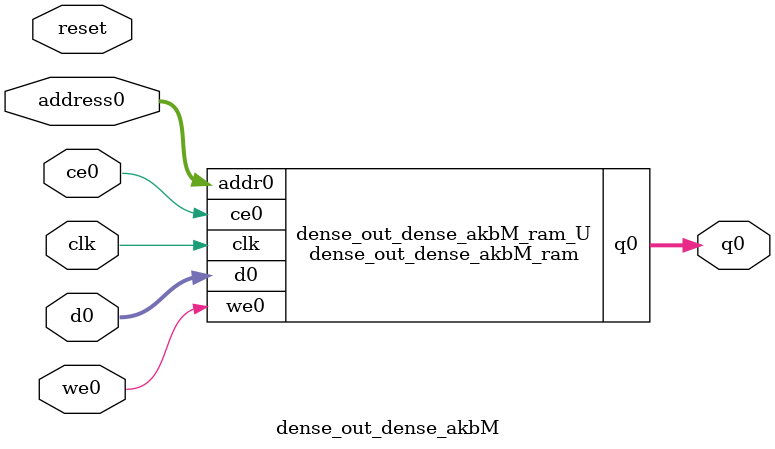
<source format=v>
`timescale 1 ns / 1 ps
module dense_out_dense_akbM_ram (addr0, ce0, d0, we0, q0,  clk);

parameter DWIDTH = 32;
parameter AWIDTH = 4;
parameter MEM_SIZE = 10;

input[AWIDTH-1:0] addr0;
input ce0;
input[DWIDTH-1:0] d0;
input we0;
output reg[DWIDTH-1:0] q0;
input clk;

(* ram_style = "distributed" *)reg [DWIDTH-1:0] ram[0:MEM_SIZE-1];




always @(posedge clk)  
begin 
    if (ce0) 
    begin
        if (we0) 
        begin 
            ram[addr0] <= d0; 
        end 
        q0 <= ram[addr0];
    end
end


endmodule

`timescale 1 ns / 1 ps
module dense_out_dense_akbM(
    reset,
    clk,
    address0,
    ce0,
    we0,
    d0,
    q0);

parameter DataWidth = 32'd32;
parameter AddressRange = 32'd10;
parameter AddressWidth = 32'd4;
input reset;
input clk;
input[AddressWidth - 1:0] address0;
input ce0;
input we0;
input[DataWidth - 1:0] d0;
output[DataWidth - 1:0] q0;



dense_out_dense_akbM_ram dense_out_dense_akbM_ram_U(
    .clk( clk ),
    .addr0( address0 ),
    .ce0( ce0 ),
    .we0( we0 ),
    .d0( d0 ),
    .q0( q0 ));

endmodule


</source>
